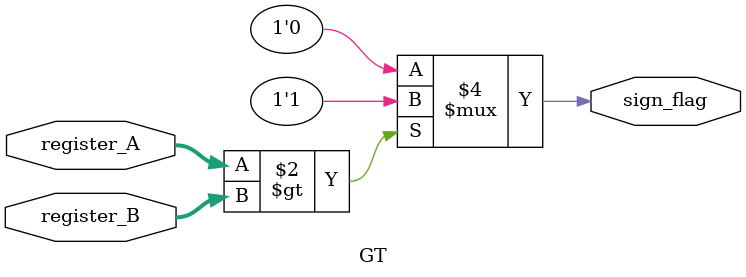
<source format=v>
module GT (
    input wire [19:0] register_A,
    input wire [19:0] register_B, 
    output reg sign_flag // 1 or 0 output
);

// GT operation
always @(*) begin
    if (register_A > register_B) begin
        sign_flag = 1; //if A > B set flag to 1
    end
    else begin
        sign_flag = 0; // sets flag to 0
    end
end

endmodule

</source>
